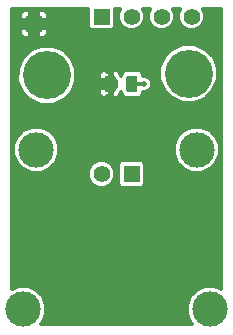
<source format=gbl>
G04 (created by PCBNEW (2013-07-07 BZR 4022)-stable) date 28/05/2014 08:13:03*
%MOIN*%
G04 Gerber Fmt 3.4, Leading zero omitted, Abs format*
%FSLAX34Y34*%
G01*
G70*
G90*
G04 APERTURE LIST*
%ADD10C,0.00590551*%
%ADD11C,0.16*%
%ADD12C,0.1181*%
%ADD13R,0.055X0.055*%
%ADD14C,0.055*%
%ADD15R,0.035X0.055*%
%ADD16R,0.025X0.045*%
%ADD17C,0.02*%
%ADD18C,0.012*%
G04 APERTURE END LIST*
G54D10*
G54D11*
X38928Y-25707D03*
X43650Y-25650D03*
G54D12*
X44360Y-33507D03*
X38140Y-33507D03*
X43927Y-28193D03*
X38573Y-28193D03*
G54D13*
X40750Y-23750D03*
G54D14*
X41750Y-23750D03*
X42750Y-23750D03*
X43750Y-23750D03*
G54D13*
X38500Y-24000D03*
X41750Y-29000D03*
G54D14*
X40750Y-29000D03*
G54D15*
X41775Y-26000D03*
X41025Y-26000D03*
G54D16*
X41700Y-26000D03*
X41100Y-26000D03*
G54D17*
X42150Y-26000D03*
X42590Y-26160D03*
X41250Y-30750D03*
G54D18*
X41775Y-26000D02*
X42150Y-26000D01*
X42270Y-25560D02*
X42260Y-25560D01*
X42270Y-25560D02*
X42590Y-25880D01*
X42590Y-25880D02*
X42590Y-26160D01*
X41025Y-25675D02*
X41025Y-26000D01*
X41200Y-25500D02*
X41025Y-25675D01*
X42200Y-25500D02*
X41200Y-25500D01*
X42260Y-25560D02*
X42200Y-25500D01*
X41025Y-26000D02*
X41025Y-27225D01*
X40500Y-30750D02*
X41250Y-30750D01*
X39750Y-30000D02*
X40500Y-30750D01*
X39750Y-28500D02*
X39750Y-30000D01*
X41025Y-27225D02*
X39750Y-28500D01*
G54D10*
G36*
X44745Y-32832D02*
X44697Y-32812D01*
X44697Y-28040D01*
X44630Y-27877D01*
X44630Y-25455D01*
X44481Y-25095D01*
X44205Y-24819D01*
X43845Y-24670D01*
X43455Y-24669D01*
X43095Y-24818D01*
X42819Y-25094D01*
X42670Y-25454D01*
X42669Y-25844D01*
X42818Y-26204D01*
X43094Y-26480D01*
X43454Y-26629D01*
X43844Y-26630D01*
X44204Y-26481D01*
X44480Y-26205D01*
X44629Y-25845D01*
X44630Y-25455D01*
X44630Y-27877D01*
X44580Y-27757D01*
X44364Y-27540D01*
X44080Y-27422D01*
X43774Y-27422D01*
X43491Y-27539D01*
X43274Y-27755D01*
X43156Y-28039D01*
X43156Y-28345D01*
X43273Y-28628D01*
X43489Y-28845D01*
X43773Y-28963D01*
X44079Y-28963D01*
X44362Y-28846D01*
X44579Y-28630D01*
X44697Y-28346D01*
X44697Y-28040D01*
X44697Y-32812D01*
X44513Y-32736D01*
X44207Y-32736D01*
X43924Y-32853D01*
X43707Y-33069D01*
X43589Y-33353D01*
X43589Y-33659D01*
X43706Y-33942D01*
X43758Y-33995D01*
X42430Y-33995D01*
X42430Y-25944D01*
X42387Y-25841D01*
X42308Y-25762D01*
X42205Y-25720D01*
X42130Y-25719D01*
X42130Y-25689D01*
X42102Y-25623D01*
X42052Y-25572D01*
X41985Y-25545D01*
X41914Y-25544D01*
X41564Y-25544D01*
X41498Y-25572D01*
X41447Y-25622D01*
X41429Y-25665D01*
X41422Y-25672D01*
X41398Y-25729D01*
X41375Y-25673D01*
X41368Y-25666D01*
X41350Y-25623D01*
X41300Y-25573D01*
X41235Y-25546D01*
X41157Y-25546D01*
X41112Y-25591D01*
X41112Y-25862D01*
X41162Y-25862D01*
X41162Y-25887D01*
X41225Y-25887D01*
X41225Y-26112D01*
X41162Y-26112D01*
X41162Y-26137D01*
X41112Y-26137D01*
X41112Y-26408D01*
X41157Y-26453D01*
X41235Y-26453D01*
X41300Y-26426D01*
X41350Y-26376D01*
X41368Y-26333D01*
X41375Y-26326D01*
X41399Y-26270D01*
X41422Y-26326D01*
X41429Y-26334D01*
X41447Y-26376D01*
X41497Y-26427D01*
X41564Y-26454D01*
X41635Y-26455D01*
X41985Y-26455D01*
X42051Y-26427D01*
X42102Y-26377D01*
X42129Y-26310D01*
X42129Y-26279D01*
X42205Y-26280D01*
X42308Y-26237D01*
X42387Y-26158D01*
X42429Y-26055D01*
X42430Y-25944D01*
X42430Y-33995D01*
X42205Y-33995D01*
X42205Y-29239D01*
X42205Y-28689D01*
X42177Y-28623D01*
X42127Y-28572D01*
X42060Y-28545D01*
X41989Y-28544D01*
X41439Y-28544D01*
X41373Y-28572D01*
X41322Y-28622D01*
X41295Y-28689D01*
X41294Y-28760D01*
X41294Y-29310D01*
X41322Y-29376D01*
X41372Y-29427D01*
X41439Y-29454D01*
X41510Y-29455D01*
X42060Y-29455D01*
X42126Y-29427D01*
X42177Y-29377D01*
X42204Y-29310D01*
X42205Y-29239D01*
X42205Y-33995D01*
X41205Y-33995D01*
X41205Y-28909D01*
X41135Y-28742D01*
X41037Y-28643D01*
X41037Y-26358D01*
X41037Y-26112D01*
X41037Y-25887D01*
X41037Y-25641D01*
X40992Y-25596D01*
X40939Y-25596D01*
X40937Y-25597D01*
X40937Y-25591D01*
X40892Y-25546D01*
X40814Y-25546D01*
X40749Y-25573D01*
X40699Y-25623D01*
X40671Y-25689D01*
X40671Y-25760D01*
X40671Y-25817D01*
X40716Y-25862D01*
X40816Y-25862D01*
X40841Y-25887D01*
X41037Y-25887D01*
X41037Y-26112D01*
X40841Y-26112D01*
X40816Y-26137D01*
X40716Y-26137D01*
X40671Y-26182D01*
X40671Y-26239D01*
X40671Y-26310D01*
X40699Y-26376D01*
X40749Y-26426D01*
X40814Y-26453D01*
X40892Y-26453D01*
X40937Y-26408D01*
X40937Y-26402D01*
X40939Y-26403D01*
X40992Y-26403D01*
X41037Y-26358D01*
X41037Y-28643D01*
X41008Y-28614D01*
X40840Y-28545D01*
X40659Y-28544D01*
X40492Y-28614D01*
X40364Y-28741D01*
X40295Y-28909D01*
X40294Y-29090D01*
X40364Y-29257D01*
X40491Y-29385D01*
X40659Y-29454D01*
X40840Y-29455D01*
X41007Y-29385D01*
X41135Y-29258D01*
X41204Y-29090D01*
X41205Y-28909D01*
X41205Y-33995D01*
X39908Y-33995D01*
X39908Y-25512D01*
X39759Y-25152D01*
X39483Y-24876D01*
X39123Y-24727D01*
X38953Y-24727D01*
X38953Y-24239D01*
X38953Y-23760D01*
X38953Y-23689D01*
X38925Y-23623D01*
X38875Y-23573D01*
X38810Y-23546D01*
X38682Y-23546D01*
X38637Y-23591D01*
X38637Y-23862D01*
X38908Y-23862D01*
X38953Y-23817D01*
X38953Y-23760D01*
X38953Y-24239D01*
X38953Y-24182D01*
X38908Y-24137D01*
X38637Y-24137D01*
X38637Y-24408D01*
X38682Y-24453D01*
X38810Y-24453D01*
X38875Y-24426D01*
X38925Y-24376D01*
X38953Y-24310D01*
X38953Y-24239D01*
X38953Y-24727D01*
X38733Y-24726D01*
X38373Y-24875D01*
X38362Y-24886D01*
X38362Y-24408D01*
X38362Y-24137D01*
X38362Y-23862D01*
X38362Y-23591D01*
X38317Y-23546D01*
X38189Y-23546D01*
X38124Y-23573D01*
X38074Y-23623D01*
X38046Y-23689D01*
X38046Y-23760D01*
X38046Y-23817D01*
X38091Y-23862D01*
X38362Y-23862D01*
X38362Y-24137D01*
X38091Y-24137D01*
X38046Y-24182D01*
X38046Y-24239D01*
X38046Y-24310D01*
X38074Y-24376D01*
X38124Y-24426D01*
X38189Y-24453D01*
X38317Y-24453D01*
X38362Y-24408D01*
X38362Y-24886D01*
X38097Y-25151D01*
X37948Y-25511D01*
X37947Y-25901D01*
X38096Y-26261D01*
X38372Y-26537D01*
X38732Y-26686D01*
X39122Y-26687D01*
X39482Y-26538D01*
X39758Y-26262D01*
X39907Y-25902D01*
X39908Y-25512D01*
X39908Y-33995D01*
X39343Y-33995D01*
X39343Y-28040D01*
X39226Y-27757D01*
X39010Y-27540D01*
X38726Y-27422D01*
X38420Y-27422D01*
X38137Y-27539D01*
X37920Y-27755D01*
X37802Y-28039D01*
X37802Y-28345D01*
X37919Y-28628D01*
X38135Y-28845D01*
X38419Y-28963D01*
X38725Y-28963D01*
X39008Y-28846D01*
X39225Y-28630D01*
X39343Y-28346D01*
X39343Y-28040D01*
X39343Y-33995D01*
X38741Y-33995D01*
X38792Y-33944D01*
X38910Y-33660D01*
X38910Y-33354D01*
X38793Y-33071D01*
X38577Y-32854D01*
X38293Y-32736D01*
X37987Y-32736D01*
X37755Y-32832D01*
X37755Y-23505D01*
X40294Y-23505D01*
X40294Y-23510D01*
X40294Y-24060D01*
X40322Y-24126D01*
X40372Y-24177D01*
X40439Y-24204D01*
X40510Y-24205D01*
X41060Y-24205D01*
X41126Y-24177D01*
X41177Y-24127D01*
X41204Y-24060D01*
X41205Y-23989D01*
X41205Y-23505D01*
X41359Y-23505D01*
X41295Y-23659D01*
X41294Y-23840D01*
X41364Y-24007D01*
X41491Y-24135D01*
X41659Y-24204D01*
X41840Y-24205D01*
X42007Y-24135D01*
X42135Y-24008D01*
X42204Y-23840D01*
X42205Y-23659D01*
X42141Y-23505D01*
X42359Y-23505D01*
X42295Y-23659D01*
X42294Y-23840D01*
X42364Y-24007D01*
X42491Y-24135D01*
X42659Y-24204D01*
X42840Y-24205D01*
X43007Y-24135D01*
X43135Y-24008D01*
X43204Y-23840D01*
X43205Y-23659D01*
X43141Y-23505D01*
X43359Y-23505D01*
X43295Y-23659D01*
X43294Y-23840D01*
X43364Y-24007D01*
X43491Y-24135D01*
X43659Y-24204D01*
X43840Y-24205D01*
X44007Y-24135D01*
X44135Y-24008D01*
X44204Y-23840D01*
X44205Y-23659D01*
X44141Y-23505D01*
X44745Y-23505D01*
X44745Y-32832D01*
X44745Y-32832D01*
G37*
G54D18*
X44745Y-32832D02*
X44697Y-32812D01*
X44697Y-28040D01*
X44630Y-27877D01*
X44630Y-25455D01*
X44481Y-25095D01*
X44205Y-24819D01*
X43845Y-24670D01*
X43455Y-24669D01*
X43095Y-24818D01*
X42819Y-25094D01*
X42670Y-25454D01*
X42669Y-25844D01*
X42818Y-26204D01*
X43094Y-26480D01*
X43454Y-26629D01*
X43844Y-26630D01*
X44204Y-26481D01*
X44480Y-26205D01*
X44629Y-25845D01*
X44630Y-25455D01*
X44630Y-27877D01*
X44580Y-27757D01*
X44364Y-27540D01*
X44080Y-27422D01*
X43774Y-27422D01*
X43491Y-27539D01*
X43274Y-27755D01*
X43156Y-28039D01*
X43156Y-28345D01*
X43273Y-28628D01*
X43489Y-28845D01*
X43773Y-28963D01*
X44079Y-28963D01*
X44362Y-28846D01*
X44579Y-28630D01*
X44697Y-28346D01*
X44697Y-28040D01*
X44697Y-32812D01*
X44513Y-32736D01*
X44207Y-32736D01*
X43924Y-32853D01*
X43707Y-33069D01*
X43589Y-33353D01*
X43589Y-33659D01*
X43706Y-33942D01*
X43758Y-33995D01*
X42430Y-33995D01*
X42430Y-25944D01*
X42387Y-25841D01*
X42308Y-25762D01*
X42205Y-25720D01*
X42130Y-25719D01*
X42130Y-25689D01*
X42102Y-25623D01*
X42052Y-25572D01*
X41985Y-25545D01*
X41914Y-25544D01*
X41564Y-25544D01*
X41498Y-25572D01*
X41447Y-25622D01*
X41429Y-25665D01*
X41422Y-25672D01*
X41398Y-25729D01*
X41375Y-25673D01*
X41368Y-25666D01*
X41350Y-25623D01*
X41300Y-25573D01*
X41235Y-25546D01*
X41157Y-25546D01*
X41112Y-25591D01*
X41112Y-25862D01*
X41162Y-25862D01*
X41162Y-25887D01*
X41225Y-25887D01*
X41225Y-26112D01*
X41162Y-26112D01*
X41162Y-26137D01*
X41112Y-26137D01*
X41112Y-26408D01*
X41157Y-26453D01*
X41235Y-26453D01*
X41300Y-26426D01*
X41350Y-26376D01*
X41368Y-26333D01*
X41375Y-26326D01*
X41399Y-26270D01*
X41422Y-26326D01*
X41429Y-26334D01*
X41447Y-26376D01*
X41497Y-26427D01*
X41564Y-26454D01*
X41635Y-26455D01*
X41985Y-26455D01*
X42051Y-26427D01*
X42102Y-26377D01*
X42129Y-26310D01*
X42129Y-26279D01*
X42205Y-26280D01*
X42308Y-26237D01*
X42387Y-26158D01*
X42429Y-26055D01*
X42430Y-25944D01*
X42430Y-33995D01*
X42205Y-33995D01*
X42205Y-29239D01*
X42205Y-28689D01*
X42177Y-28623D01*
X42127Y-28572D01*
X42060Y-28545D01*
X41989Y-28544D01*
X41439Y-28544D01*
X41373Y-28572D01*
X41322Y-28622D01*
X41295Y-28689D01*
X41294Y-28760D01*
X41294Y-29310D01*
X41322Y-29376D01*
X41372Y-29427D01*
X41439Y-29454D01*
X41510Y-29455D01*
X42060Y-29455D01*
X42126Y-29427D01*
X42177Y-29377D01*
X42204Y-29310D01*
X42205Y-29239D01*
X42205Y-33995D01*
X41205Y-33995D01*
X41205Y-28909D01*
X41135Y-28742D01*
X41037Y-28643D01*
X41037Y-26358D01*
X41037Y-26112D01*
X41037Y-25887D01*
X41037Y-25641D01*
X40992Y-25596D01*
X40939Y-25596D01*
X40937Y-25597D01*
X40937Y-25591D01*
X40892Y-25546D01*
X40814Y-25546D01*
X40749Y-25573D01*
X40699Y-25623D01*
X40671Y-25689D01*
X40671Y-25760D01*
X40671Y-25817D01*
X40716Y-25862D01*
X40816Y-25862D01*
X40841Y-25887D01*
X41037Y-25887D01*
X41037Y-26112D01*
X40841Y-26112D01*
X40816Y-26137D01*
X40716Y-26137D01*
X40671Y-26182D01*
X40671Y-26239D01*
X40671Y-26310D01*
X40699Y-26376D01*
X40749Y-26426D01*
X40814Y-26453D01*
X40892Y-26453D01*
X40937Y-26408D01*
X40937Y-26402D01*
X40939Y-26403D01*
X40992Y-26403D01*
X41037Y-26358D01*
X41037Y-28643D01*
X41008Y-28614D01*
X40840Y-28545D01*
X40659Y-28544D01*
X40492Y-28614D01*
X40364Y-28741D01*
X40295Y-28909D01*
X40294Y-29090D01*
X40364Y-29257D01*
X40491Y-29385D01*
X40659Y-29454D01*
X40840Y-29455D01*
X41007Y-29385D01*
X41135Y-29258D01*
X41204Y-29090D01*
X41205Y-28909D01*
X41205Y-33995D01*
X39908Y-33995D01*
X39908Y-25512D01*
X39759Y-25152D01*
X39483Y-24876D01*
X39123Y-24727D01*
X38953Y-24727D01*
X38953Y-24239D01*
X38953Y-23760D01*
X38953Y-23689D01*
X38925Y-23623D01*
X38875Y-23573D01*
X38810Y-23546D01*
X38682Y-23546D01*
X38637Y-23591D01*
X38637Y-23862D01*
X38908Y-23862D01*
X38953Y-23817D01*
X38953Y-23760D01*
X38953Y-24239D01*
X38953Y-24182D01*
X38908Y-24137D01*
X38637Y-24137D01*
X38637Y-24408D01*
X38682Y-24453D01*
X38810Y-24453D01*
X38875Y-24426D01*
X38925Y-24376D01*
X38953Y-24310D01*
X38953Y-24239D01*
X38953Y-24727D01*
X38733Y-24726D01*
X38373Y-24875D01*
X38362Y-24886D01*
X38362Y-24408D01*
X38362Y-24137D01*
X38362Y-23862D01*
X38362Y-23591D01*
X38317Y-23546D01*
X38189Y-23546D01*
X38124Y-23573D01*
X38074Y-23623D01*
X38046Y-23689D01*
X38046Y-23760D01*
X38046Y-23817D01*
X38091Y-23862D01*
X38362Y-23862D01*
X38362Y-24137D01*
X38091Y-24137D01*
X38046Y-24182D01*
X38046Y-24239D01*
X38046Y-24310D01*
X38074Y-24376D01*
X38124Y-24426D01*
X38189Y-24453D01*
X38317Y-24453D01*
X38362Y-24408D01*
X38362Y-24886D01*
X38097Y-25151D01*
X37948Y-25511D01*
X37947Y-25901D01*
X38096Y-26261D01*
X38372Y-26537D01*
X38732Y-26686D01*
X39122Y-26687D01*
X39482Y-26538D01*
X39758Y-26262D01*
X39907Y-25902D01*
X39908Y-25512D01*
X39908Y-33995D01*
X39343Y-33995D01*
X39343Y-28040D01*
X39226Y-27757D01*
X39010Y-27540D01*
X38726Y-27422D01*
X38420Y-27422D01*
X38137Y-27539D01*
X37920Y-27755D01*
X37802Y-28039D01*
X37802Y-28345D01*
X37919Y-28628D01*
X38135Y-28845D01*
X38419Y-28963D01*
X38725Y-28963D01*
X39008Y-28846D01*
X39225Y-28630D01*
X39343Y-28346D01*
X39343Y-28040D01*
X39343Y-33995D01*
X38741Y-33995D01*
X38792Y-33944D01*
X38910Y-33660D01*
X38910Y-33354D01*
X38793Y-33071D01*
X38577Y-32854D01*
X38293Y-32736D01*
X37987Y-32736D01*
X37755Y-32832D01*
X37755Y-23505D01*
X40294Y-23505D01*
X40294Y-23510D01*
X40294Y-24060D01*
X40322Y-24126D01*
X40372Y-24177D01*
X40439Y-24204D01*
X40510Y-24205D01*
X41060Y-24205D01*
X41126Y-24177D01*
X41177Y-24127D01*
X41204Y-24060D01*
X41205Y-23989D01*
X41205Y-23505D01*
X41359Y-23505D01*
X41295Y-23659D01*
X41294Y-23840D01*
X41364Y-24007D01*
X41491Y-24135D01*
X41659Y-24204D01*
X41840Y-24205D01*
X42007Y-24135D01*
X42135Y-24008D01*
X42204Y-23840D01*
X42205Y-23659D01*
X42141Y-23505D01*
X42359Y-23505D01*
X42295Y-23659D01*
X42294Y-23840D01*
X42364Y-24007D01*
X42491Y-24135D01*
X42659Y-24204D01*
X42840Y-24205D01*
X43007Y-24135D01*
X43135Y-24008D01*
X43204Y-23840D01*
X43205Y-23659D01*
X43141Y-23505D01*
X43359Y-23505D01*
X43295Y-23659D01*
X43294Y-23840D01*
X43364Y-24007D01*
X43491Y-24135D01*
X43659Y-24204D01*
X43840Y-24205D01*
X44007Y-24135D01*
X44135Y-24008D01*
X44204Y-23840D01*
X44205Y-23659D01*
X44141Y-23505D01*
X44745Y-23505D01*
X44745Y-32832D01*
M02*

</source>
